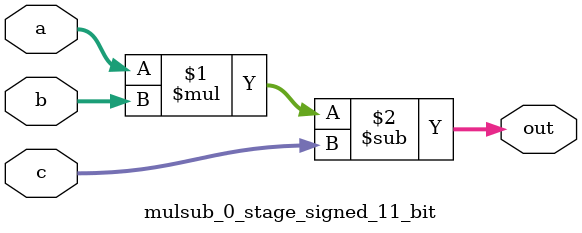
<source format=sv>
(* use_dsp = "yes" *) module mulsub_0_stage_signed_11_bit(
	input signed [10:0] a,
	input signed [10:0] b,
	input signed [10:0] c,
	output [10:0] out
	);

	assign out = (a * b) - c;
endmodule

</source>
